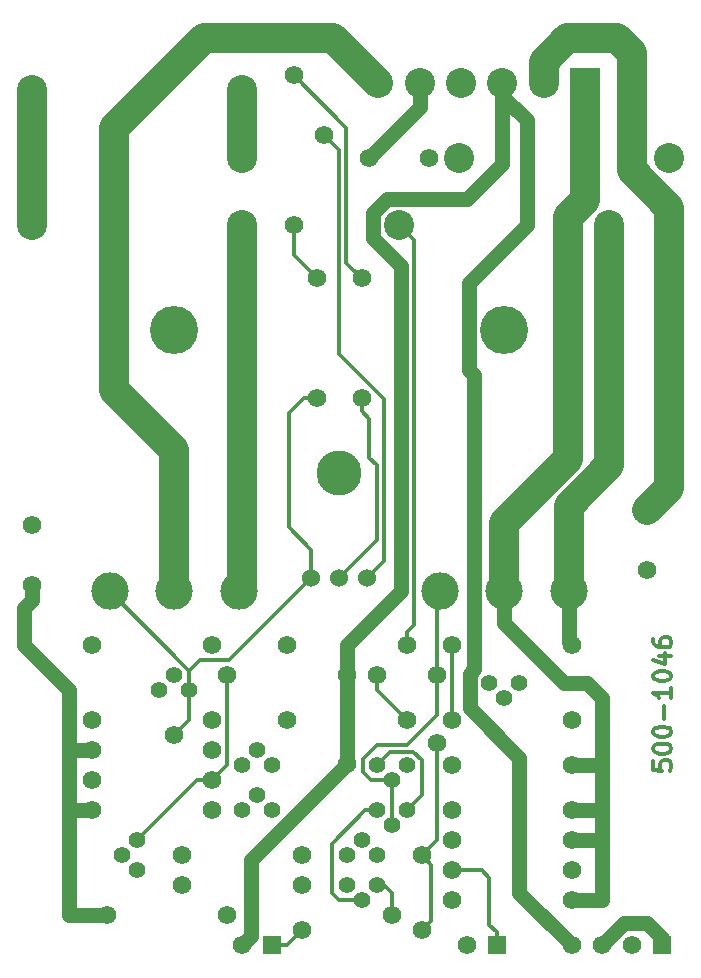
<source format=gtl>
G04 #@! TF.FileFunction,Copper,L1,Top,Signal*
%FSLAX46Y46*%
G04 Gerber Fmt 4.6, Leading zero omitted, Abs format (unit mm)*
G04 Created by KiCad (PCBNEW 4.0.7) date 02/13/18 13:09:01*
%MOMM*%
%LPD*%
G01*
G04 APERTURE LIST*
%ADD10C,0.100000*%
%ADD11C,0.300000*%
%ADD12C,1.574800*%
%ADD13R,1.574800X1.574800*%
%ADD14C,2.540000*%
%ADD15C,1.397000*%
%ADD16C,1.524000*%
%ADD17C,3.810000*%
%ADD18C,3.175000*%
%ADD19C,4.064000*%
%ADD20R,2.540000X2.540000*%
%ADD21C,0.304800*%
%ADD22C,1.270000*%
%ADD23C,2.540000*%
G04 APERTURE END LIST*
D10*
D11*
X211395571Y-141890141D02*
X211395571Y-142604427D01*
X212109857Y-142675856D01*
X212038429Y-142604427D01*
X211967000Y-142461570D01*
X211967000Y-142104427D01*
X212038429Y-141961570D01*
X212109857Y-141890141D01*
X212252714Y-141818713D01*
X212609857Y-141818713D01*
X212752714Y-141890141D01*
X212824143Y-141961570D01*
X212895571Y-142104427D01*
X212895571Y-142461570D01*
X212824143Y-142604427D01*
X212752714Y-142675856D01*
X211395571Y-140890142D02*
X211395571Y-140747285D01*
X211467000Y-140604428D01*
X211538429Y-140532999D01*
X211681286Y-140461570D01*
X211967000Y-140390142D01*
X212324143Y-140390142D01*
X212609857Y-140461570D01*
X212752714Y-140532999D01*
X212824143Y-140604428D01*
X212895571Y-140747285D01*
X212895571Y-140890142D01*
X212824143Y-141032999D01*
X212752714Y-141104428D01*
X212609857Y-141175856D01*
X212324143Y-141247285D01*
X211967000Y-141247285D01*
X211681286Y-141175856D01*
X211538429Y-141104428D01*
X211467000Y-141032999D01*
X211395571Y-140890142D01*
X211395571Y-139461571D02*
X211395571Y-139318714D01*
X211467000Y-139175857D01*
X211538429Y-139104428D01*
X211681286Y-139032999D01*
X211967000Y-138961571D01*
X212324143Y-138961571D01*
X212609857Y-139032999D01*
X212752714Y-139104428D01*
X212824143Y-139175857D01*
X212895571Y-139318714D01*
X212895571Y-139461571D01*
X212824143Y-139604428D01*
X212752714Y-139675857D01*
X212609857Y-139747285D01*
X212324143Y-139818714D01*
X211967000Y-139818714D01*
X211681286Y-139747285D01*
X211538429Y-139675857D01*
X211467000Y-139604428D01*
X211395571Y-139461571D01*
X212324143Y-138318714D02*
X212324143Y-137175857D01*
X212895571Y-135675857D02*
X212895571Y-136533000D01*
X212895571Y-136104428D02*
X211395571Y-136104428D01*
X211609857Y-136247285D01*
X211752714Y-136390143D01*
X211824143Y-136533000D01*
X211395571Y-134747286D02*
X211395571Y-134604429D01*
X211467000Y-134461572D01*
X211538429Y-134390143D01*
X211681286Y-134318714D01*
X211967000Y-134247286D01*
X212324143Y-134247286D01*
X212609857Y-134318714D01*
X212752714Y-134390143D01*
X212824143Y-134461572D01*
X212895571Y-134604429D01*
X212895571Y-134747286D01*
X212824143Y-134890143D01*
X212752714Y-134961572D01*
X212609857Y-135033000D01*
X212324143Y-135104429D01*
X211967000Y-135104429D01*
X211681286Y-135033000D01*
X211538429Y-134961572D01*
X211467000Y-134890143D01*
X211395571Y-134747286D01*
X211895571Y-132961572D02*
X212895571Y-132961572D01*
X211324143Y-133318715D02*
X212395571Y-133675858D01*
X212395571Y-132747286D01*
X211395571Y-131533001D02*
X211395571Y-131818715D01*
X211467000Y-131961572D01*
X211538429Y-132033001D01*
X211752714Y-132175858D01*
X212038429Y-132247287D01*
X212609857Y-132247287D01*
X212752714Y-132175858D01*
X212824143Y-132104430D01*
X212895571Y-131961572D01*
X212895571Y-131675858D01*
X212824143Y-131533001D01*
X212752714Y-131461572D01*
X212609857Y-131390144D01*
X212252714Y-131390144D01*
X212109857Y-131461572D01*
X212038429Y-131533001D01*
X211967000Y-131675858D01*
X211967000Y-131961572D01*
X212038429Y-132104430D01*
X212109857Y-132175858D01*
X212252714Y-132247287D01*
D12*
X195580000Y-157480000D03*
D13*
X198120000Y-157480000D03*
D12*
X176530000Y-157480000D03*
D13*
X179070000Y-157480000D03*
D12*
X187960000Y-134620000D03*
X193040000Y-134620000D03*
X210820000Y-125730000D03*
X210820000Y-120650000D03*
X158750000Y-121920000D03*
X158750000Y-127000000D03*
X192405000Y-90805000D03*
X187325000Y-90805000D03*
D14*
X158750000Y-90805000D03*
X176530000Y-90805000D03*
D15*
X187960000Y-152400000D03*
X186690000Y-153670000D03*
X185420000Y-152400000D03*
X167640000Y-151130000D03*
X166370000Y-149860000D03*
X167640000Y-148590000D03*
X185420000Y-149860000D03*
X186690000Y-148590000D03*
X187960000Y-149860000D03*
X190500000Y-146050000D03*
X189230000Y-147320000D03*
X187960000Y-146050000D03*
X190500000Y-142240000D03*
X189230000Y-143510000D03*
X187960000Y-142240000D03*
X176530000Y-142240000D03*
X177800000Y-140970000D03*
X179070000Y-142240000D03*
D16*
X182397400Y-126365000D03*
X184785000Y-126365000D03*
X187172600Y-126365000D03*
D17*
X184785000Y-117475000D03*
D15*
X200025000Y-135255000D03*
X198755000Y-136525000D03*
X197485000Y-135255000D03*
X169545000Y-135890000D03*
X170815000Y-134620000D03*
X172085000Y-135890000D03*
D18*
X193294000Y-127508000D03*
X198755000Y-127508000D03*
X204216000Y-127508000D03*
D19*
X198755000Y-105410000D03*
D18*
X165354000Y-127508000D03*
X170815000Y-127508000D03*
X176276000Y-127508000D03*
D19*
X170815000Y-105410000D03*
D12*
X194310000Y-151130000D03*
X204470000Y-151130000D03*
X204470000Y-153670000D03*
X194310000Y-153670000D03*
X181610000Y-152400000D03*
X171450000Y-152400000D03*
X175260000Y-154940000D03*
X165100000Y-154940000D03*
X204470000Y-148590000D03*
X194310000Y-148590000D03*
X181610000Y-149860000D03*
X171450000Y-149860000D03*
X173990000Y-143510000D03*
X163830000Y-143510000D03*
X173990000Y-146050000D03*
X163830000Y-146050000D03*
X180340000Y-138430000D03*
X190500000Y-138430000D03*
X191770000Y-156210000D03*
X181610000Y-156210000D03*
X190500000Y-132080000D03*
X180340000Y-132080000D03*
X204470000Y-146050000D03*
X194310000Y-146050000D03*
X185420000Y-134620000D03*
X175260000Y-134620000D03*
X204470000Y-142240000D03*
X194310000Y-142240000D03*
X186690000Y-111125000D03*
X186690000Y-100965000D03*
X180975000Y-83820000D03*
X183515000Y-88900000D03*
X180975000Y-96520000D03*
X182880000Y-100965000D03*
X182880000Y-111125000D03*
X173990000Y-140970000D03*
X163830000Y-140970000D03*
X204470000Y-138430000D03*
X194310000Y-138430000D03*
X173990000Y-138430000D03*
X163830000Y-138430000D03*
X204470000Y-132080000D03*
X194310000Y-132080000D03*
X163830000Y-132080000D03*
X173990000Y-132080000D03*
D14*
X207645000Y-96520000D03*
X189865000Y-96520000D03*
X158750000Y-96520000D03*
X176530000Y-96520000D03*
D15*
X176530000Y-146050000D03*
X177800000Y-144780000D03*
X179070000Y-146050000D03*
D20*
X205600000Y-84455000D03*
D14*
X202100000Y-84455000D03*
X198600000Y-84455000D03*
X195100000Y-84455000D03*
X191600000Y-84455000D03*
X188100000Y-84455000D03*
X212725000Y-90805000D03*
X194945000Y-90805000D03*
X158750000Y-85090000D03*
X176530000Y-85090000D03*
D13*
X212090000Y-157480000D03*
D12*
X209550000Y-157480000D03*
X207010000Y-157480000D03*
X204470000Y-157480000D03*
X185420000Y-142124686D03*
X189230000Y-154940000D03*
X193040000Y-140335000D03*
X191770000Y-149860000D03*
X170815000Y-139700000D03*
D21*
X197485000Y-151765000D02*
X196850000Y-151130000D01*
X196850000Y-151130000D02*
X194310000Y-151130000D01*
X197485000Y-155752800D02*
X197485000Y-151765000D01*
X198120000Y-157480000D02*
X198120000Y-156387800D01*
X198120000Y-156387800D02*
X197485000Y-155752800D01*
D22*
X200025000Y-141588742D02*
X200025000Y-153035000D01*
X200025000Y-153035000D02*
X204470000Y-157480000D01*
X196215000Y-109220000D02*
X196227699Y-110477301D01*
X196227699Y-110477301D02*
X196227699Y-134087615D01*
X196227699Y-134087615D02*
X195846699Y-134468615D01*
X195846699Y-137410441D02*
X200025000Y-141588742D01*
X195846699Y-134468615D02*
X195846699Y-137410441D01*
X195783199Y-108788199D02*
X196215000Y-109220000D01*
X200660000Y-96520000D02*
X195783199Y-101396801D01*
X195783199Y-101396801D02*
X195783199Y-108788199D01*
X200660000Y-87630000D02*
X200660000Y-96520000D01*
X198755000Y-85725000D02*
X200660000Y-87630000D01*
X198600000Y-85725000D02*
X198600000Y-91320381D01*
X198600000Y-84455000D02*
X198600000Y-85725000D01*
X198600000Y-85725000D02*
X198755000Y-85725000D01*
X210820000Y-155575000D02*
X208915000Y-155575000D01*
X208915000Y-155575000D02*
X207010000Y-157480000D01*
X212090000Y-156845000D02*
X210820000Y-155575000D01*
X212090000Y-157480000D02*
X212090000Y-156845000D01*
X185420000Y-133506449D02*
X185420000Y-134620000D01*
X190042789Y-127457211D02*
X185420000Y-132080000D01*
X190042789Y-99968295D02*
X190042789Y-127457211D01*
X187655199Y-97580705D02*
X190042789Y-99968295D01*
X188804295Y-94310199D02*
X187655199Y-95459295D01*
X185420000Y-132080000D02*
X185420000Y-133506449D01*
X187655199Y-95459295D02*
X187655199Y-97580705D01*
X195610182Y-94310199D02*
X188804295Y-94310199D01*
X198600000Y-91320381D02*
X195610182Y-94310199D01*
X176530000Y-157480000D02*
X177317399Y-156692601D01*
X177317399Y-156692601D02*
X177317399Y-150227287D01*
X185420000Y-135733551D02*
X185420000Y-134620000D01*
X177317399Y-150227287D02*
X185420000Y-142124686D01*
X185420000Y-142124686D02*
X185420000Y-135733551D01*
D21*
X179070000Y-157480000D02*
X180340000Y-157480000D01*
X180340000Y-157480000D02*
X181610000Y-156210000D01*
X187960000Y-134620000D02*
X187960000Y-135890000D01*
X187960000Y-135890000D02*
X190500000Y-138430000D01*
X193040000Y-135733551D02*
X193040000Y-134620000D01*
X193040000Y-137989562D02*
X193040000Y-135733551D01*
X190554874Y-140474688D02*
X193040000Y-137989562D01*
X186804299Y-141685263D02*
X188014874Y-140474688D01*
X189230000Y-143510000D02*
X187519562Y-143510000D01*
X186804299Y-142794737D02*
X186804299Y-141685263D01*
X187519562Y-143510000D02*
X186804299Y-142794737D01*
X188014874Y-140474688D02*
X190554874Y-140474688D01*
X193040000Y-134620000D02*
X193040000Y-127762000D01*
X193040000Y-127762000D02*
X193294000Y-127508000D01*
X189230000Y-147320000D02*
X189230000Y-143510000D01*
X186690000Y-111125000D02*
X186690000Y-112238551D01*
X186690000Y-112238551D02*
X187325000Y-112873551D01*
X187325000Y-112873551D02*
X187325000Y-116205000D01*
X187325000Y-116205000D02*
X187960000Y-116840000D01*
X187960000Y-116840000D02*
X187960000Y-123190000D01*
X187960000Y-123190000D02*
X184785000Y-126365000D01*
D22*
X207010000Y-136525000D02*
X207010000Y-142240000D01*
X205740000Y-135255000D02*
X207010000Y-136525000D01*
X203835000Y-135255000D02*
X205740000Y-135255000D01*
X198755000Y-130175000D02*
X203835000Y-135255000D01*
X198755000Y-127508000D02*
X198755000Y-130175000D01*
X207010000Y-142240000D02*
X207010000Y-146050000D01*
X204470000Y-142240000D02*
X207010000Y-142240000D01*
X204470000Y-146050000D02*
X207010000Y-146050000D01*
X207010000Y-146050000D02*
X207010000Y-148590000D01*
X207010000Y-148590000D02*
X204470000Y-148590000D01*
X207010000Y-153670000D02*
X207010000Y-148590000D01*
X204470000Y-153670000D02*
X207010000Y-153670000D01*
D23*
X198755000Y-121706830D02*
X198755000Y-125262936D01*
X204165190Y-95789504D02*
X204165190Y-116296640D01*
X205600000Y-94354694D02*
X204165190Y-95789504D01*
X198755000Y-125262936D02*
X198755000Y-127508000D01*
X204165190Y-116296640D02*
X198755000Y-121706830D01*
X205600000Y-84455000D02*
X205600000Y-94354694D01*
X212725000Y-118745000D02*
X210820000Y-120650000D01*
X212725000Y-95015306D02*
X212725000Y-118745000D01*
X209550000Y-91840306D02*
X212725000Y-95015306D01*
X208280000Y-80645000D02*
X209550000Y-81915000D01*
X204113949Y-80645000D02*
X208280000Y-80645000D01*
X202100000Y-82658949D02*
X204113949Y-80645000D01*
X202100000Y-84455000D02*
X202100000Y-82658949D01*
X209550000Y-81915000D02*
X209550000Y-91840306D01*
D22*
X158115000Y-128905000D02*
X158750000Y-128270000D01*
X158750000Y-128270000D02*
X158750000Y-127000000D01*
X158115000Y-132080000D02*
X158115000Y-128905000D01*
X161925000Y-135890000D02*
X158115000Y-132080000D01*
X161925000Y-140970000D02*
X161925000Y-135890000D01*
X161925000Y-154940000D02*
X161925000Y-146050000D01*
X165100000Y-154940000D02*
X161925000Y-154940000D01*
X161925000Y-146050000D02*
X163830000Y-146050000D01*
X161925000Y-140970000D02*
X161925000Y-146050000D01*
X163830000Y-140970000D02*
X161925000Y-140970000D01*
D23*
X188100000Y-84455000D02*
X184290000Y-80645000D01*
X184290000Y-80645000D02*
X173355000Y-80645000D01*
X173355000Y-80645000D02*
X165735000Y-88265000D01*
X165735000Y-88265000D02*
X165735000Y-110490000D01*
X165735000Y-110490000D02*
X170815000Y-115570000D01*
X170815000Y-115570000D02*
X170815000Y-127508000D01*
D22*
X191600000Y-84455000D02*
X191600000Y-86530000D01*
X191600000Y-86530000D02*
X187325000Y-90805000D01*
D21*
X190500000Y-132080000D02*
X190500000Y-130966449D01*
X190500000Y-130966449D02*
X191135000Y-130331449D01*
X191135000Y-130331449D02*
X191134999Y-97789999D01*
X191134999Y-97789999D02*
X189865000Y-96520000D01*
D23*
X158750000Y-90805000D02*
X158750000Y-96520000D01*
X158750000Y-85090000D02*
X158750000Y-90805000D01*
X176530000Y-90805000D02*
X176530000Y-85090000D01*
D21*
X188595000Y-152400000D02*
X187960000Y-152400000D01*
X189230000Y-153035000D02*
X188595000Y-152400000D01*
X189230000Y-154940000D02*
X189230000Y-153035000D01*
X184150000Y-153035000D02*
X184150000Y-148872172D01*
X184150000Y-148872172D02*
X186972172Y-146050000D01*
X186972172Y-146050000D02*
X187960000Y-146050000D01*
X184785000Y-153670000D02*
X184150000Y-153035000D01*
X186690000Y-153670000D02*
X184785000Y-153670000D01*
X175260000Y-134620000D02*
X175260000Y-142240000D01*
X175260000Y-142240000D02*
X173990000Y-143510000D01*
X173990000Y-143510000D02*
X172720000Y-143510000D01*
X172720000Y-143510000D02*
X167640000Y-148590000D01*
X193040000Y-140335000D02*
X193040000Y-148590000D01*
X193040000Y-148590000D02*
X191770000Y-149860000D01*
X192557399Y-150647399D02*
X191770000Y-149860000D01*
X191770000Y-156210000D02*
X192557399Y-155422601D01*
X192557399Y-155422601D02*
X192557399Y-150647399D01*
X189115701Y-141084299D02*
X187960000Y-142240000D01*
X191770000Y-144780000D02*
X191770000Y-141799562D01*
X191770000Y-141799562D02*
X191054737Y-141084299D01*
X191054737Y-141084299D02*
X189115701Y-141084299D01*
X190500000Y-146050000D02*
X191770000Y-144780000D01*
X172085000Y-135890000D02*
X172085000Y-138430000D01*
X172085000Y-138430000D02*
X170815000Y-139700000D01*
X182397400Y-126365000D02*
X175437799Y-133324601D01*
X175437799Y-133324601D02*
X172999399Y-133324601D01*
X172999399Y-133324601D02*
X172085000Y-134239000D01*
X165354000Y-127508000D02*
X172085000Y-134239000D01*
X172085000Y-134239000D02*
X172085000Y-135890000D01*
X180496449Y-122076449D02*
X182397400Y-123977400D01*
X182397400Y-123977400D02*
X182397400Y-126365000D01*
X180496449Y-112395000D02*
X180496449Y-122076449D01*
X182880000Y-111125000D02*
X181766449Y-111125000D01*
X181766449Y-111125000D02*
X180496449Y-112395000D01*
X187934599Y-125603001D02*
X187172600Y-126365000D01*
X184785000Y-107377990D02*
X188595000Y-111187990D01*
X188595000Y-111187990D02*
X188595000Y-124942600D01*
X184785000Y-90170000D02*
X184785000Y-107377990D01*
X183515000Y-88900000D02*
X184785000Y-90170000D01*
X188595000Y-124942600D02*
X187934599Y-125603001D01*
X194310000Y-138430000D02*
X194310000Y-132080000D01*
D22*
X204216000Y-127508000D02*
X204216000Y-131826000D01*
X204216000Y-131826000D02*
X204470000Y-132080000D01*
D23*
X207645000Y-96520000D02*
X207645000Y-116840000D01*
X207645000Y-116840000D02*
X204216000Y-120269000D01*
X204216000Y-120269000D02*
X204216000Y-127508000D01*
X176530000Y-96520000D02*
X176530000Y-127254000D01*
X176530000Y-127254000D02*
X176276000Y-127508000D01*
D21*
X185902601Y-100177601D02*
X186690000Y-100965000D01*
X185394611Y-99669611D02*
X185902601Y-100177601D01*
X185394611Y-88239611D02*
X185394611Y-99669611D01*
X180975000Y-83820000D02*
X185394611Y-88239611D01*
X180975000Y-96520000D02*
X180975000Y-99060000D01*
X180975000Y-99060000D02*
X182880000Y-100965000D01*
M02*

</source>
